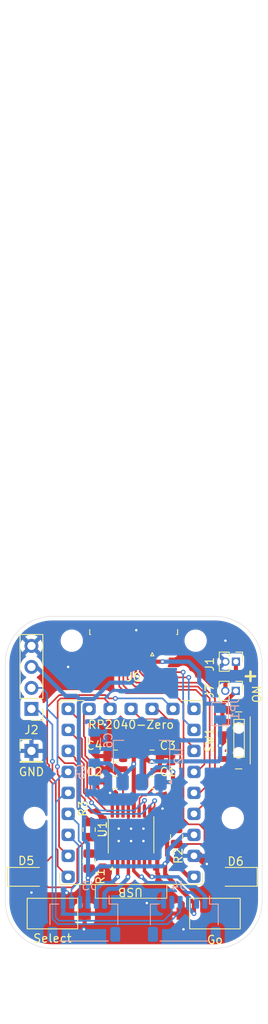
<source format=kicad_pcb>
(kicad_pcb (version 20241229) (generator "pcbnew") (generator_version "9.0")
  (layers (0 "F.Cu" signal) (2 "B.Cu" signal) (13 "F.Paste" user) (15 "B.Paste" user) (5 "F.SilkS" user "F.Silkscreen") (7 "B.SilkS" user "B.Silkscreen") (1 "F.Mask" user) (3 "B.Mask" user) (25 "Edge.Cuts" user))
  (net 0 "")
  (net 1 "Net-(U1-VCP)")
  (net 2 "+BATT")
  (net 3 "GND")
  (net 4 "Net-(U1-VINT)")
  (net 5 "Net-(J1-Pin_1)")
  (net 6 "+3V3")
  (net 7 "RX")
  (net 8 "TX")
  (net 9 "Net-(J3-Pin_2)")
  (net 10 "Net-(J3-Pin_1)")
  (net 11 "GP9")
  (net 12 "GP8")
  (net 13 "GP2")
  (net 14 "Net-(J4-Pin_2)")
  (net 15 "GP3")
  (net 16 "Net-(J4-Pin_1)")
  (net 17 "GP14")
  (net 18 "A2")
  (net 19 "A3")
  (net 20 "A1")
  (net 21 "A0")
  (net 22 "Net-(U1-~{SLEEP})")
  (net 23 "GP11")
  (net 24 "GP10")
  (net 25 "GP13")
  (net 26 "GP6")
  (net 27 "GP15")
  (net 28 "GP5")
  (net 29 "GP7")
  (net 30 "GP12")
  (net 31 "GP4")
  (net 34 "Net-(D5-A)")
  (net 35 "Net-(D6-A)")
  (net 36 "VCC")
  (net 37 "Net-(J7-Pin_1)")
  (footprint "Button_Switch_SMD:SW_SPST_CK_RS282G05A3" (layer "F.Cu") (at 147.32 161.29 180)
    (property "Reference" "SW3" (hide yes))
    (property "Value" "Go")
  )
  (footprint "Resistor_SMD:R_0805_2012Metric" (layer "F.Cu") (at 132.08 154.94 90)
    (property "Reference" "R1")
    (property "Value" "20k")
  )
  (footprint "Capacitor_SMD:C_0805_2012Metric" (layer "F.Cu") (at 139.7 142.24)
    (property "Reference" "C3")
    (property "Value" "22uF")
  )
  (footprint "Connector_PinHeader_2.54mm:PinHeader_1x01_P2.54mm_Vertical" (layer "F.Cu") (at 125.095 141.605)
    (property "Reference" "J5")
    (property "Value" "GND")
  )
  (footprint "Capacitor_SMD:C_0805_2012Metric" (layer "F.Cu") (at 139.7 145.415)
    (property "Reference" "C1")
    (property "Value" "10nF")
  )
  (footprint "" (layer "F.Cu") (at 129.977 128.27)
    (property "Reference" "")
    (property "Value" "")
  )
  (footprint "MyMotorDrivers:HTSSOP-16-1EP_4.4x5mm_P0.65mm_EP3.4x5mm_Mask2.46x2.31mm_ThermalVias_Large" (layer "F.Cu") (at 137.16 151.765 90)
    (property "Reference" "U1")
    (property "Value" "DRV8833PWP")
  )
  (footprint "Connector_PinHeader_1.27mm:PinHeader_1x02_P1.27mm_Vertical" (layer "F.Cu") (at 149.86 130.81 -90)
    (property "Reference" "J1")
    (property "Value" "LiPo2")
  )
  (footprint "Capacitor_SMD:C_0805_2012Metric" (layer "F.Cu") (at 135.255 145.415)
    (property "Reference" "C2")
    (property "Value" "2.2uF")
  )
  (footprint "Resistor_SMD:R_0805_2012Metric" (layer "F.Cu") (at 132.08 151.13 -90)
    (property "Reference" "R3")
    (property "Value" "220R")
  )
  (footprint "MyPassives:SlimFPC_1x10-1MP_P0.5mm_Horizontal_ExtPads" (layer "F.Cu") (at 137.476957 129.564012 180)
    (property "Reference" "J6")
    (property "Value" "10x0.5mm FPC")
  )
  (footprint "Connector_PinHeader_1.27mm:PinHeader_1x02_P1.27mm_Vertical" (layer "F.Cu") (at 149.84373 134.342148 -90)
    (property "Reference" "J7")
    (property "Value" "LiPo1")
  )
  (footprint "" (layer "F.Cu") (at 144.978 128.27)
    (property "Reference" "")
    (property "Value" "")
  )
  (footprint "LED_SMD:LED_1206_3216Metric" (layer "F.Cu") (at 124.46 156.845)
    (property "Reference" "D5")
    (property "Value" "LED")
  )
  (footprint "MountingHole:MountingHole_2.2mm_M2" (layer "F.Cu") (at 125.475 149.725)
    (property "Reference" "REF**" (hide yes))
    (property "Value" "MountingHole_2.2mm_M2" (hide yes))
  )
  (footprint "Capacitor_SMD:C_0805_2012Metric" (layer "F.Cu") (at 135.255 142.24 180)
    (property "Reference" "C4")
    (property "Value" "100nF")
  )
  (footprint "MountingHole:MountingHole_2.2mm_M2" (layer "F.Cu") (at 149.48 149.725)
    (property "Reference" "REF**" (hide yes))
    (property "Value" "MountingHole_2.2mm_M2" (hide yes))
  )
  (footprint "RP2040-Zero-Kicad:RP2040-Zero-outline-THP" (layer "F.Cu") (at 147.32 133.985 180)
    (property "Reference" "RZ1")
    (property "Value" "RP2040-Zero")
  )
  (footprint "Resistor_SMD:R_0805_2012Metric" (layer "F.Cu") (at 142.678237 151.959077 -90)
    (property "Reference" "R2")
    (property "Value" "220R")
  )
  (footprint "MyPassives:SW_SPDT_PCM12_VERT" (layer "F.Cu") (at 149.86 140.335 90)
    (property "Reference" "SW1")
    (property "Value" "ON-OFF")
  )
  (footprint "LED_SMD:LED_1206_3216Metric" (layer "F.Cu") (at 150.161931 156.845 180)
    (property "Reference" "D6")
    (property "Value" "LED")
  )
  (footprint "Button_Switch_SMD:SW_SPST_CK_RS282G05A3" (layer "F.Cu") (at 127.635 161.29)
    (property "Reference" "SW2" (hide yes))
    (property "Value" "Select")
  )
  (footprint "Connector_PinHeader_2.54mm:PinHeader_1x04_P2.54mm_Vertical" (layer "F.Cu") (at 125.095 136.525 180)
    (property "Reference" "J2")
    (property "Value" "Conn_01x04_Pin")
  )
  (footprint "Package_TO_SOT_SMD:SOT-223-3_TabPin2" (layer "B.Cu") (at 138.43 142.24 90)
    (property "Reference" "U2")
    (property "Value" "AP1117-50")
  )
  (footprint "Connector_JST:JST_SH_SM06B-SRSS-TB_1x06-1MP_P1.00mm_Horizontal" (layer "B.Cu") (at 131.445 161.925 180)
    (property "Reference" "J3")
    (property "Value" "Conn_01x06_Pin" (hide yes))
  )
  (footprint "Jumper:SolderJumper-2_P1.3mm_Open_Pad1.0x1.5mm" (layer "B.Cu") (at 147.955 137.16 90)
    (property "Reference" "JP1")
    (property "Value" "batt-direct")
  )
  (footprint "Connector_JST:JST_SH_SM06B-SRSS-TB_1x06-1MP_P1.00mm_Horizontal" (layer "B.Cu") (at 143.605 161.925 180)
    (property "Reference" "J4")
    (property "Value" "Conn_01x06_Pin" (hide yes))
  )
  (footprint "Capacitor_SMD:C_0805_2012Metric_Pad1.18x1.45mm_HandSolder" (layer "B.Cu") (at 132.715 144.145 -90)
    (property "Reference" "C5")
    (property "Value" "4.7uF")
  )
  (footprint "Capacitor_SMD:C_0805_2012Metric_Pad1.18x1.45mm_HandSolder" (layer "B.Cu") (at 132.715 140.335 90)
    (property "Reference" "C6")
    (property "Value" "4.7uF")
  )
  (gr_arc (start 147.32 125.326115) (mid 151.361115 127) (end 153.035 131.041115) (stroke (width 0.05)) (layer "Edge.Cuts"))
  (gr_line (start 153.035 131.041115) (end 153.035001 159.788885) (stroke (width 0.05)) (layer "Edge.Cuts"))
  (gr_line (start 121.92 131.041115) (end 121.919999 159.788885) (stroke (width 0.05)) (layer "Edge.Cuts"))
  (gr_arc (start 127.634999 165.503885) (mid 123.593884 163.83) (end 121.919999 159.788885) (stroke (width 0.05)) (layer "Edge.Cuts"))
  (gr_arc (start 121.92 131.041115) (mid 123.593885 127) (end 127.635 125.326115) (stroke (width 0.05)) (layer "Edge.Cuts"))
  (gr_line (start 127.634999 165.503885) (end 147.320001 165.503885) (stroke (width 0.05)) (layer "Edge.Cuts"))
  (gr_arc (start 153.035001 159.788885) (mid 151.361116 163.83) (end 147.320001 165.503885) (stroke (width 0.05)) (layer "Edge.Cuts"))
  (gr_line (start 127.635 125.326115) (end 147.32 125.326115) (stroke (width 0.05)) (layer "Edge.Cuts"))
  (gr_text "+" (at 150.495 133.35 0) (layer "F.SilkS") (effects (font (size 1.5 1.5) (thickness 0.3) (bold yes)) (justify left bottom)))
  (segment (start 140.563249 145.415) (end 139.006595 146.971653) (width 0.2) (layer "F.Cu") (net 1))
  (segment (start 140.65 145.415) (end 140.563249 145.415) (width 0.2) (layer "F.Cu") (net 1))
  (segment (start 139.006595 146.971653) (end 139.033943 146.999) (width 0.2) (layer "F.Cu") (net 1))
  (segment (start 138.184 148.8535) (end 138.135 148.9025) (width 0.2) (layer "F.Cu") (net 1))
  (segment (start 138.184 147.351057) (end 138.184 148.8535) (width 0.2) (layer "F.Cu") (net 1))
  (segment (start 139.033943 146.999) (end 138.536057 146.999) (width 0.2) (layer "F.Cu") (net 1))
  (segment (start 138.536057 146.999) (end 138.184 147.351057) (width 0.2) (layer "F.Cu") (net 1))
  (segment (start 139.668 142.879365) (end 139.658635 142.87) (width 0.5) (layer "F.Cu") (net 2))
  (segment (start 138.75 142.24) (end 138.75 145.415) (width 0.5) (layer "F.Cu") (net 2))
  (segment (start 148.43 140.495) (end 148.43 139.585) (width 0.5) (layer "F.Cu") (net 2))
  (segment (start 147.955 140.97) (end 148.43 140.495) (width 0.5) (layer "F.Cu") (net 2))
  (segment (start 139.389365 142.879365) (end 138.75 142.24) (width 0.5) (layer "F.Cu") (net 2))
  (segment (start 137.485 142.24) (end 136.205 142.24) (width 0.5) (layer "F.Cu") (net 2))
  (segment (start 137.485 143.185) (end 137.485 148.9025) (width 0.5) (layer "F.Cu") (net 2))
  (segment (start 137.485 143.185) (end 137.485 142.24) (width 0.5) (layer "F.Cu") (net 2))
  (segment (start 136.205 142.24) (end 138.75 142.24) (width 0.5) (layer "F.Cu") (net 2))
  (segment (start 139.668 142.879365) (end 139.389365 142.879365) (width 0.5) (layer "F.Cu") (net 2))
  (via (at 139.668 142.879365) (size 0.6) (drill 0.3) (layers "F.Cu" "B.Cu") (net 2))
  (via (at 137.485 143.185) (size 0.6) (drill 0.3) (layers "F.Cu" "B.Cu") (net 2))
  (via (at 147.955 140.97) (size 0.6) (drill 0.3) (layers "F.Cu" "B.Cu") (net 2))
  (segment (start 137.485 143.4) (end 136.13 144.755) (width 0.5) (layer "B.Cu") (net 2))
  (segment (start 132.715 143.1075) (end 134.4825 143.1075) (width 0.5) (layer "B.Cu") (net 2))
  (segment (start 139.668 142.879365) (end 139.672365 142.875) (width 0.5) (layer "B.Cu") (net 2))
  (segment (start 139.672365 142.875) (end 147.745 142.875) (width 0.5) (layer "B.Cu") (net 2))
  (segment (start 136.13 144.755) (end 136.13 145.39) (width 0.5) (layer "B.Cu") (net 2))
  (segment (start 147.955 142.665) (end 147.955 140.97) (width 0.5) (layer "B.Cu") (net 2))
  (segment (start 147.745 142.875) (end 147.955 142.665) (width 0.5) (layer "B.Cu") (net 2))
  (segment (start 134.4825 143.1075) (end 136.13 144.755) (width 0.5) (layer "B.Cu") (net 2))
  (segment (start 147.955 140.97) (end 147.955 137.81) (width 0.5) (layer "B.Cu") (net 2))
  (segment (start 137.485 143.185) (end 137.485 143.4) (width 0.5) (layer "B.Cu") (net 2))
  (segment (start 136.185 154.6275) (end 136.185 153.840001) (width 0.3) (layer "F.Cu") (net 3))
  (segment (start 129.970988 131.014012) (end 129.54 131.445) (width 0.3) (layer "F.Cu") (net 3))
  (segment (start 136.535001 153.49) (end 137.784999 153.49) (width 0.3) (layer "F.Cu") (net 3))
  (segment (start 146.339117 155.285883) (end 145.358235 154.305) (width 1) (layer "F.Cu") (net 3))
  (segment (start 135.226957 131.014012) (end 129.970988 131.014012) (width 0.3) (layer "F.Cu") (net 3))
  (segment (start 140.97 148.59) (end 140.928232 148.548232) (width 0.5) (layer "F.Cu") (net 3))
  (segment (start 137.795 127) (end 136.433969 128.361031) (width 0.3) (layer "F.Cu") (net 3))
  (segment (start 137.795 128.27) (end 139.226957 129.701957) (width 0.3) (layer "F.Cu") (net 3))
  (segment (start 140.5685 148.548232) (end 140.335 148.781732) (width 0.5) (layer "F.Cu") (net 3))
  (segment (start 138.135 153.840001) (end 138.135 154.6275) (width 0.3) (layer "F.Cu") (net 3))
  (segment (start 123.06 149.355) (end 125.095 147.32) (width 0.2) (layer "F.Cu") (net 3))
  (segment (start 140.451 157.156075) (end 140.335 157.272075) (width 0.5) (layer "F.Cu") (net 3))
  (segment (start 136.433969 128.361031) (end 136.433969 128.905) (width 0.3) (layer "F.Cu") (net 3))
  (segment (start 140.451 156.533925) (end 140.451 157.156075) (width 0.5) (layer "F.Cu") (net 3))
  (segment (start 135.226957 130.112012) (end 135.226957 131.014012) (width 0.3) (layer "F.Cu") (net 3))
  (segment (start 123.06 156.845) (end 123.06 149.355) (width 0.2) (layer "F.Cu") (net 3))
  (segment (start 136.185 153.840001) (end 136.535001 153.49) (width 0.3) (layer "F.Cu") (net 3))
  (segment (start 125.095 147.32) (end 125.095 141.605) (width 0.2) (layer "F.Cu") (net 3))
  (segment (start 140.335 156.417925) (end 140.451 156.533925) (width 0.5) (layer "F.Cu") (net 3))
  (segment (start 140.335 157.272075) (end 140.335 158.75) (width 0.5) (layer "F.Cu") (net 3))
  (segment (start 137.795 127) (end 137.795 128.27) (width 0.3) (layer "F.Cu") (net 3))
  (segment (start 140.335 158.75) (end 139.065 160.02) (width 0.5) (layer "F.Cu") (net 3))
  (segment (start 136.835 148.9025) (end 136.835 150.82) (width 0.3) (layer "F.Cu") (net 3))
  (segment (start 139.226957 129.701957) (end 139.226957 130.914012) (width 0.3) (layer "F.Cu") (net 3))
  (segment (start 140.335 148.781732) (end 140.335 156.417925) (width 0.5) (layer "F.Cu") (net 3))
  (segment (start 140.928232 148.548232) (end 140.5685 148.548232) (width 0.5) (layer "F.Cu") (net 3))
  (segment (start 136.433969 128.905) (end 135.226957 130.112012) (width 0.3) (layer "F.Cu") (net 3))
  (segment (start 136.835 150.82) (end 136.525 151.13) (width 0.3) (layer "F.Cu") (net 3))
  (segment (start 145.358235 154.305) (end 144.78 154.305) (width 0.2) (layer "F.Cu") (net 3))
  (segment (start 137.784999 153.49) (end 138.135 153.840001) (width 0.3) (layer "F.Cu") (net 3))
  (via (at 131.445 163.195) (size 0.6) (drill 0.3) (layers "F.Cu" "B.Cu") (net 3))
  (via (at 137.795 127) (size 0.6) (drill 0.3) (layers "F.Cu" "B.Cu") (net 3))
  (via (at 129.345 158.769265) (size 0.6) (drill 0.3) (layers "F.Cu" "B.Cu") (net 3))
  (via (at 133.985 151.765) (size 0.6) (drill 0.3) (layers "F.Cu" "B.Cu") (net 3))
  (via (at 146.339117 155.285883) (size 0.6) (drill 0.3) (layers "F.Cu" "B.Cu") (net 3))
  (via (at 148.59 128.27) (size 0.6) (drill 0.3) (layers "F.Cu" "B.Cu") (net 3))
  (via (at 133.985 138.43) (size 0.6) (drill 0.3) (layers "F.Cu" "B.Cu") (net 3))
  (via (at 129.54 131.445) (size 0.6) (drill 0.3) (layers "F.Cu" "B.Cu") (net 3))
  (via (at 125.095 158.75) (size 0.6) (drill 0.3) (layers "F.Cu" "B.Cu") (net 3))
  (via (at 134.62 146.685) (size 0.6) (drill 0.3) (layers "F.Cu" "B.Cu") (net 3))
  (via (at 139.065 160.02) (size 0.6) (drill 0.3) (layers "F.Cu" "B.Cu") (net 3))
  (via (at 143.51 163.195) (size 0.6) (drill 0.3) (layers "F.Cu" "B.Cu") (net 3))
  (via (at 140.97 148.59) (size 0.6) (drill 0.3) (layers "F.Cu" "B.Cu") (net 3))
  (segment (start 134.626 146.691) (end 134.62 146.685) (width 0.2) (layer "B.Cu") (net 3))
  (segment (start 140.534743 146.884743) (end 134.819743 146.884743) (width 0.3) (layer "B.Cu") (net 3))
  (segment (start 140.97 147.32) (end 140.534743 146.884743) (width 0.3) (layer "B.Cu") (net 3))
  (segment (start 140.97 148.59) (end 140.97 147.32) (width 0.3) (layer "B.Cu") (net 3))
  (segment (start 134.819743 146.884743) (end 134.626 146.691) (width 0.3) (layer "B.Cu") (net 3))
  (segment (start 136.185 145.435) (end 136.185 148.9025) (width 0.2) (layer "F.Cu") (net 4))
  (segment (start 136.205 145.415) (end 136.185 145.435) (width 0.2) (layer "F.Cu") (net 4))
  (segment (start 148.59 133.313947) (end 149.86 132.043947) (width 0.5) (layer "F.Cu") (net 5))
  (segment (start 148.59 134.325878) (end 148.59 133.313947) (width 0.5) (layer "F.Cu") (net 5))
  (segment (start 149.86 132.043947) (end 149.86 130.81) (width 0.5) (layer "F.Cu") (net 5))
  (segment (start 148.57373 134.342148) (end 148.59 134.325878) (width 0.5) (layer "F.Cu") (net 5))
  (segment (start 131.945 156.98) (end 131.945 155.9875) (width 0.5) (layer "F.Cu") (net 6))
  (segment (start 144.78 160.02) (end 144.78 161.29) (width 0.5) (layer "F.Cu") (net 6))
  (segment (start 131.945 155.9875) (end 132.08 155.8525) (width 0.5) (layer "F.Cu") (net 6))
  (segment (start 137.726957 132.184608) (end 137.726957 131.014012) (width 0.3) (layer "F.Cu") (net 6))
  (segment (start 137.917743 132.624214) (end 137.917743 132.375394) (width 0.3) (layer "F.Cu") (net 6))
  (segment (start 137.917743 132.375394) (end 137.726957 132.184608) (width 0.3) (layer "F.Cu") (net 6))
  (segment (start 141.2875 156.5275) (end 144.78 160.02) (width 0.5) (layer "F.Cu") (net 6))
  (segment (start 141.2875 155.2575) (end 141.2875 156.5275) (width 0.5) (layer "F.Cu") (net 6))
  (via (at 144.78 161.29) (size 0.6) (drill 0.3) (layers "F.Cu" "B.Cu") (net 6))
  (via (at 137.917743 132.624214) (size 0.6) (drill 0.3) (layers "F.Cu" "B.Cu") (net 6))
  (via (at 131.945 156.98) (size 0.6) (drill 0.3) (layers "F.Cu" "B.Cu") (net 6))
  (via (at 141.2875 155.2575) (size 0.6) (drill 0.3) (layers "F.Cu" "B.Cu") (net 6))
  (segment (start 140.97 155.575) (end 141.2875 155.2575) (width 0.5) (layer "B.Cu") (net 6))
  (segment (start 130.829 137.24214) (end 130.829 135.80786) (width 0.5) (layer "B.Cu") (net 6))
  (segment (start 130.829 135.80786) (end 131.31286 135.324) (width 0.5) (layer "B.Cu") (net 6))
  (segment (start 132.646 135.324) (end 134.62 133.35) (width 0.5) (layer "B.Cu") (net 6))
  (segment (start 130.5125 134.9375) (end 129.2225 134.9375) (width 0.5) (layer "B.Cu") (net 6))
  (segment (start 130.83 148.538591) (end 130.83 137.24314) (width 0.5) (layer "B.Cu") (net 6))
  (segment (start 144.105 160.615) (end 144.105 159.925) (width 0.5) (layer "B.Cu") (net 6))
  (segment (start 125.73 131.445) (end 125.095 131.445) (width 0.5) (layer "B.Cu") (net 6))
  (segment (start 131.945 152.823668) (end 131.445 152.323668) (width 0.5) (layer "B.Cu") (net 6))
  (segment (start 131.445 152.323668) (end 131.445 149.153591) (width 0.5) (layer "B.Cu") (net 6))
  (segment (start 130.899 135.324) (end 130.5125 134.9375) (width 0.5) (layer "B.Cu") (net 6))
  (segment (start 129.2225 134.9375) (end 125.73 131.445) (width 0.5) (layer "B.Cu") (net 6))
  (segment (start 130.83 137.24314) (end 130.829 137.24214) (width 0.5) (layer "B.Cu") (net 6))
  (segment (start 131.945 156.98) (end 131.945 152.823668) (width 0.5) (layer "B.Cu") (net 6))
  (segment (start 131.445 149.153591) (end 130.83 148.538591) (width 0.5) (layer "B.Cu") (net 6))
  (segment (start 131.945 156.98) (end 133.35 155.575) (width 0.5) (layer "B.Cu") (net 6))
  (segment (start 134.62 133.35) (end 137.191957 133.35) (width 0.5) (layer "B.Cu") (net 6))
  (segment (start 144.78 161.29) (end 144.105 160.615) (width 0.5) (layer "B.Cu") (net 6))
  (segment (start 131.31286 135.324) (end 130.899 135.324) (width 0.5) (layer "B.Cu") (net 6))
  (segment (start 137.191957 133.35) (end 137.917743 132.624214) (width 0.5) (layer "B.Cu") (net 6))
  (segment (start 131.945 156.98) (end 131.945 159.925) (width 0.5) (layer "B.Cu") (net 6))
  (segment (start 143.51 151.765) (end 144.78 151.765) (width 0.5) (layer "B.Cu") (net 6))
  (segment (start 141.605 153.67) (end 143.51 151.765) (width 0.5) (layer "B.Cu") (net 6))
  (segment (start 133.35 155.575) (end 140.97 155.575) (width 0.5) (layer "B.Cu") (net 6))
  (segment (start 141.2875 155.2575) (end 141.605 154.94) (width 0.5) (layer "B.Cu") (net 6))
  (segment (start 141.605 154.94) (end 141.605 153.67) (width 0.5) (layer "B.Cu") (net 6))
  (segment (start 131.31286 135.324) (end 132.646 135.324) (width 0.5) (layer "B.Cu") (net 6))
  (segment (start 128.439 153.204) (end 129.54 154.305) (width 0.2) (layer "F.Cu") (net 7))
  (segment (start 128.27 144.44) (end 128.439 144.609) (width 0.2) (layer "F.Cu") (net 7))
  (segment (start 128.27 144.175) (end 128.27 144.44) (width 0.2) (layer "F.Cu") (net 7))
  (segment (start 128.24 144.145) (end 128.27 144.175) (width 0.2) (layer "F.Cu") (net 7))
  (segment (start 128.439 144.609) (end 128.439 153.204) (width 0.2) (layer "F.Cu") (net 7))
  (segment (start 128.24 143.51) (end 128.24 144.145) (width 0.2) (layer "F.Cu") (net 7))
  (via (at 128.24 143.51) (size 0.6) (drill 0.3) (layers "F.Cu" "B.Cu") (net 7))
  (segment (start 126.365 133.985) (end 125.095 133.985) (width 0.2) (layer "B.Cu") (net 7))
  (segment (start 128.24 143.51) (end 128.24 137.765) (width 0.2) (layer "B.Cu") (net 7))
  (segment (start 127 134.62) (end 126.365 133.985) (width 0.2) (layer "B.Cu") (net 7))
  (segment (start 128.24 137.765) (end 127 136.525) (width 0.2) (layer "B.Cu") (net 7))
  (segment (start 127 136.525) (end 127 134.62) (width 0.2) (layer "B.Cu") (net 7))
  (segment (start 128.27 153.6021) (end 128.27 155.575) (width 0.2) (layer "F.Cu") (net 8))
  (segment (start 127.635 144.945) (end 128.038 145.348) (width 0.2) (layer "F.Cu") (net 8))
  (segment (start 128.038 145.348) (end 128.038 153.3701) (width 0.2) (layer "F.Cu") (net 8))
  (segment (start 128.27 155.575) (end 129.54 156.845) (width 0.2) (layer "F.Cu") (net 8))
  (segment (start 128.038 153.3701) (end 128.27 153.6021) (width 0.2) (layer "F.Cu") (net 8))
  (segment (start 127.635 142.875) (end 127.635 144.945) (width 0.2) (layer "F.Cu") (net 8))
  (via (at 127.635 142.875) (size 0.6) (drill 0.3) (layers "F.Cu" "B.Cu") (net 8))
  (segment (start 125.73 136.525) (end 125.095 136.525) (width 0.2) (layer "B.Cu") (net 8))
  (segment (start 127.635 138.43) (end 125.73 136.525) (width 0.2) (layer "B.Cu") (net 8))
  (segment (start 127.635 142.875) (end 127.635 138.43) (width 0.2) (layer "B.Cu") (net 8))
  (segment (start 135.535 156.845) (end 135.535 154.6275) (width 0.4) (layer "F.Cu") (net 9))
  (via (at 135.535 156.845) (size 0.6) (drill 0.3) (layers "F.Cu" "B.Cu") (net 9))
  (segment (start 134.785 157.595) (end 135.535 156.845) (width 0.5) (layer "B.Cu") (net 9))
  (segment (start 132.985 158.303842) (end 133.693842 157.595) (width 0.5) (layer "B.Cu") (net 9))
  (segment (start 132.945 159.925) (end 132.985 159.885) (width 0.5) (layer "B.Cu") (net 9))
  (segment (start 133.693842 157.595) (end 134.785 157.595) (width 0.5) (layer "B.Cu") (net 9))
  (segment (start 132.985 159.885) (end 132.985 158.303842) (width 0.5) (layer "B.Cu") (net 9))
  (segment (start 136.835 156.795) (end 136.835 154.6275) (width 0.4) (layer "F.Cu") (net 10))
  (segment (start 136.785 156.845) (end 136.835 156.795) (width 0.4) (layer "F.Cu") (net 10))
  (via (at 136.785 156.845) (size 0.6) (drill 0.3) (layers "F.Cu" "B.Cu") (net 10))
  (segment (start 136.785 156.845) (end 136.785 157.010661) (width 0.5) (layer "B.Cu") (net 10))
  (segment (start 134.44 158.295) (end 133.945 158.79) (width 0.5) (layer "B.Cu") (net 10))
  (segment (start 133.945 158.79) (end 133.945 159.925) (width 0.5) (layer "B.Cu") (net 10))
  (segment (start 135.500661 158.295) (end 134.44 158.295) (width 0.5) (layer "B.Cu") (net 10))
  (segment (start 136.785 157.010661) (end 135.500661 158.295) (width 0.5) (layer "B.Cu") (net 10))
  (segment (start 131.612 140.0028) (end 131.612 141.9757) (width 0.2) (layer "F.Cu") (net 11))
  (segment (start 132.245 145.58) (end 132.247 145.582) (width 0.2) (layer "F.Cu") (net 11))
  (segment (start 132.08 136.525) (end 131.445 137.16) (width 0.2) (layer "F.Cu") (net 11))
  (segment (start 131.612 141.9757) (end 131.614108 141.977808) (width 0.2) (layer "F.Cu") (net 11))
  (segment (start 134.61513 147.815) (end 134.61613 147.814) (width 0.2) (layer "F.Cu") (net 11))
  (segment (start 132.247 145.582) (end 132.247 146.217) (width 0.2) (layer "F.Cu") (net 11))
  (segment (start 133.845 147.815) (end 134.61513 147.815) (width 0.2) (layer "F.Cu") (net 11))
  (segment (start 132.247 146.217) (end 133.845 147.815) (width 0.2) (layer "F.Cu") (net 11))
  (segment (start 131.445 137.16) (end 131.445 139.8358) (width 0.2) (layer "F.Cu") (net 11))
  (segment (start 131.614108 142.1947) (end 132.245 142.825592) (width 0.2) (layer "F.Cu") (net 11))
  (segment (start 135.386 148.047544) (end 135.535 148.196544) (width 0.2) (layer "F.Cu") (net 11))
  (segment (start 134.61613 147.814) (end 135.15387 147.814) (width 0.2) (layer "F.Cu") (net 11))
  (segment (start 135.15387 147.814) (end 135.386 148.04613) (width 0.2) (layer "F.Cu") (net 11))
  (segment (start 135.386 148.04613) (end 135.386 148.047544) (width 0.2) (layer "F.Cu") (net 11))
  (segment (start 132.245 142.825592) (end 132.245 145.58) (width 0.2) (layer "F.Cu") (net 11))
  (segment (start 135.535 148.196544) (end 135.535 148.9025) (width 0.2) (layer "F.Cu") (net 11))
  (segment (start 131.445 139.8358) (end 131.612 140.0028) (width 0.2) (layer "F.Cu") (net 11))
  (segment (start 131.614108 141.977808) (end 131.614108 142.1947) (width 0.2) (layer "F.Cu") (net 11))
  (segment (start 130.81 139.7679) (end 131.211 140.1689) (width 0.2) (layer "F.Cu") (net 12))
  (segment (start 131.844 145.7461) (end 131.846 145.7481) (width 0.2) (layer "F.Cu") (net 12))
  (segment (start 131.211 140.1689) (end 131.211 142.1418) (width 0.2) (layer "F.Cu") (net 12))
  (segment (start 134.2296 148.9025) (end 134.885 148.9025) (width 0.2) (layer "F.Cu") (net 12))
  (segment (start 132.604719 147.277619) (end 132.625291 147.277619) (width 0.2) (layer "F.Cu") (net 12))
  (segment (start 131.211 142.1418) (end 131.213108 142.143908) (width 0.2) (layer "F.Cu") (net 12))
  (segment (start 131.846 145.7481) (end 131.846 146.5189) (width 0.2) (layer "F.Cu") (net 12))
  (segment (start 132.977348 147.650248) (end 134.2296 148.9025) (width 0.2) (layer "F.Cu") (net 12))
  (segment (start 132.977348 147.629676) (end 132.977348 147.650248) (width 0.2) (layer "F.Cu") (net 12))
  (segment (start 131.846 146.5189) (end 132.604719 147.277619) (width 0.2) (layer "F.Cu") (net 12))
  (segment (start 130.81 137.795) (end 130.81 139.7679) (width 0.2) (layer "F.Cu") (net 12))
  (segment (start 131.213108 142.143908) (end 131.213108 142.3608) (width 0.2) (layer "F.Cu") (net 12))
  (segment (start 131.844 142.991692) (end 131.844 145.7461) (width 0.2) (layer "F.Cu") (net 12))
  (segment (start 129.54 136.525) (end 130.81 137.795) (width 0.2) (layer "F.Cu") (net 12))
  (segment (start 132.625291 147.277619) (end 132.977348 147.629676) (width 0.2) (layer "F.Cu") (net 12))
  (segment (start 131.213108 142.3608) (end 131.844 142.991692) (width 0.2) (layer "F.Cu") (net 12))
  (segment (start 130.175 136.525) (end 129.54 136.525) (width 0.2) (layer "B.Cu") (net 12))
  (segment (start 129.945 158.345) (end 130.81 157.48) (width 0.2) (layer "B.Cu") (net 13))
  (segment (start 130.81 157.48) (end 130.81 153.035) (width 0.2) (layer "B.Cu") (net 13))
  (segment (start 130.81 153.035) (end 129.54 151.765) (width 0.2) (layer "B.Cu") (net 13))
  (segment (start 128.905 151.765) (end 129.54 151.765) (width 0.2) (layer "B.Cu") (net 13))
  (segment (start 129.945 159.925) (end 129.945 158.345) (width 0.2) (layer "B.Cu") (net 13))
  (segment (start 137.485 156.139878) (end 137.485 154.6275) (width 0.4) (layer "F.Cu") (net 14))
  (segment (start 138.43 156.845) (end 138.190122 156.845) (width 0.4) (layer "F.Cu") (net 14))
  (segment (start 138.190122 156.845) (end 137.485 156.139878) (width 0.4) (layer "F.Cu") (net 14))
  (via (at 138.43 156.845) (size 0.6) (drill 0.3) (layers "F.Cu" "B.Cu") (net 14))
  (segment (start 145.105 159.368026) (end 145.105 159.925) (width 0.4) (layer "B.Cu") (net 14))
  (segment (start 139.13 157.545) (end 142.726472 157.545) (width 0.4) (layer "B.Cu") (net 14))
  (segment (start 142.726472 157.545) (end 143.931472 158.75) (width 0.4) (layer "B.Cu") (net 14))
  (segment (start 143.931472 158.75) (end 144.486974 158.75) (width 0.4) (layer "B.Cu") (net 14))
  (segment (start 138.43 156.845) (end 139.13 157.545) (width 0.4) (layer "B.Cu") (net 14))
  (segment (start 144.486974 158.75) (end 145.105 159.368026) (width 0.4) (layer "B.Cu") (net 14))
  (segment (start 131.211 157.6461) (end 131.211 152.8689) (width 0.2) (layer "B.Cu") (net 15))
  (segment (start 130.945 159.925) (end 130.945 157.9121) (width 0.2) (layer "B.Cu") (net 15))
  (segment (start 130.81 152.4679) (end 130.81 150.495) (width 0.2) (layer "B.Cu") (net 15))
  (segment (start 130.945 157.9121) (end 131.211 157.6461) (width 0.2) (layer "B.Cu") (net 15))
  (segment (start 130.81 150.495) (end 129.54 149.225) (width 0.2) (layer "B.Cu") (net 15))
  (segment (start 131.211 152.8689) (end 130.81 152.4679) (width 0.2) (layer "B.Cu") (net 15))
  (segment (start 128.905 149.225) (end 129.54 149.225) (width 0.2) (layer "B.Cu") (net 15))
  (segment (start 138.785 156.139878) (end 138.785 154.6275) (width 0.4) (layer "F.Cu") (net 16))
  (segment (start 139.7 156.845) (end 139.490122 156.845) (width 0.4) (layer "F.Cu") (net 16))
  (segment (start 139.490122 156.845) (end 138.785 156.139878) (width 0.4) (layer "F.Cu") (net 16))
  (via (at 139.7 156.845) (size 0.6) (drill 0.3) (layers "F.Cu" "B.Cu") (net 16))
  (segment (start 144.08 158.05) (end 145.004999 158.05) (width 0.4) (layer "B.Cu") (net 16))
  (segment (start 146.105 159.150001) (end 146.105 159.925) (width 0.4) (layer "B.Cu") (net 16))
  (segment (start 145.004999 158.05) (end 146.105 159.150001) (width 0.4) (layer "B.Cu") (net 16))
  (segment (start 139.7 156.845) (end 142.875 156.845) (width 0.4) (layer "B.Cu") (net 16))
  (segment (start 142.875 156.845) (end 144.08 158.05) (width 0.4) (layer "B.Cu") (net 16))
  (segment (start 138.226957 132.046798) (end 138.43 132.249841) (width 0.2) (layer "F.Cu") (net 17))
  (segment (start 138.43 132.286528) (end 138.858472 132.715) (width 0.2) (layer "F.Cu") (net 17))
  (segment (start 138.226957 131.014012) (end 138.226957 132.046798) (width 0.2) (layer "F.Cu") (net 17))
  (segment (start 138.275957 131.063012) (end 138.226957 131.014012) (width 0.2) (layer "F.Cu") (net 17))
  (segment (start 138.858472 132.715) (end 144.145 132.715) (width 0.2) (layer "F.Cu") (net 17))
  (segment (start 138.43 132.249841) (end 138.43 132.286528) (width 0.2) (layer "F.Cu") (net 17))
  (segment (start 138.226957 130.914012) (end 138.226957 131.014012) (width 0.2) (layer "F.Cu") (net 17))
  (via (at 144.145 132.715) (size 0.6) (drill 0.3) (layers "F.Cu" "B.Cu") (net 17))
  (segment (start 144.145 135.89) (end 144.78 136.525) (width 0.2) (layer "B.Cu") (net 17))
  (segment (start 144.145 132.715) (end 144.145 135.89) (width 0.2) (layer "B.Cu") (net 17))
  (segment (start 146.685 135.255) (end 146.685 145.484315) (width 0.2) (layer "F.Cu") (net 18))
  (segment (start 137.628 133.818) (end 145.248 133.818) (width 0.2) (layer "F.Cu") (net 18))
  (segment (start 136.726957 131.014012) (end 136.726957 132.916957) (width 0.2) (layer "F.Cu") (net 18))
  (segment (start 146.685 145.484315) (end 145.484315 146.685) (width 0.2) (layer "F.Cu") (net 18))
  (segment (start 145.248 133.818) (end 146.685 135.255) (width 0.2) (layer "F.Cu") (net 18))
  (segment (start 145.484315 146.685) (end 144.78 146.685) (width 0.2) (layer "F.Cu") (net 18))
  (segment (start 136.726957 132.916957) (end 137.628 133.818) (width 0.2) (layer "F.Cu") (net 18))
  (segment (start 137.795 133.35) (end 137.226957 132.781957) (width 0.2) (layer "F.Cu") (net 19))
  (segment (start 147.32 146.685) (end 147.32 135.255) (width 0.2) (layer "F.Cu") (net 19))
  (segment (start 137.226957 132.781957) (end 137.226957 131.014012) (width 0.2) (layer "F.Cu") (net 19))
  (segment (start 147.32 135.255) (end 145.415 133.35) (width 0.2) (layer "F.Cu") (net 19))
  (segment (start 144.78 149.225) (end 147.32 146.685) (width 0.2) (layer "F.Cu") (net 19))
  (segment (start 145.415 133.35) (end 137.795 133.35) (width 0.2) (layer "F.Cu") (net 19))
  (segment (start 136.759 134.219) (end 136.226957 133.686957) (width 0.2) (layer "F.Cu") (net 20))
  (segment (start 145.130022 144.145) (end 146.05 143.225022) (width 0.2) (layer "F.Cu") (net 20))
  (segment (start 145.014 134.219) (end 136.759 134.219) (width 0.2) (layer "F.Cu") (net 20))
  (segment (start 146.05 135.255) (end 145.014 134.219) (width 0.2) (layer "F.Cu") (net 20))
  (segment (start 136.226957 133.686957) (end 136.226957 131.014012) (width 0.2) (layer "F.Cu") (net 20))
  (segment (start 146.05 143.225022) (end 146.05 135.255) (width 0.2) (layer "F.Cu") (net 20))
  (segment (start 144.78 144.145) (end 145.130022 144.145) (width 0.2) (layer "F.Cu") (net 20))
  (segment (start 144.78 141.254978) (end 143.51 139.984978) (width 0.2) (layer "F.Cu") (net 21))
  (segment (start 143.51 139.984978) (end 143.51 135.89) (width 0.2) (layer "F.Cu") (net 21))
  (segment (start 144.78 141.605) (end 144.78 141.254978) (width 0.2) (layer "F.Cu") (net 21))
  (segment (start 142.24 134.62) (end 136.525 134.62) (width 0.2) (layer "F.Cu") (net 21))
  (segment (start 136.525 134.62) (end 135.726957 133.821957) (width 0.2) (layer "F.Cu") (net 21))
  (segment (start 135.726957 133.821957) (end 135.726957 131.014012) (width 0.2) (layer "F.Cu") (net 21))
  (segment (start 143.51 135.89) (end 142.24 134.62) (width 0.2) (layer "F.Cu") (net 21))
  (segment (start 132.08 154.0275) (end 132.715 154.0275) (width 0.2) (layer "F.Cu") (net 22))
  (segment (start 132.715 154.0275) (end 133.315 154.6275) (width 0.2) (layer "F.Cu") (net 22))
  (segment (start 133.315 154.6275) (end 134.885 154.6275) (width 0.2) (layer "F.Cu") (net 22))
  (segment (start 137.16 136.315) (end 137.16 136.525) (width 0.2) (layer "F.Cu") (net 23))
  (segment (start 140.97 137.795) (end 141.605 138.43) (width 0.2) (layer "F.Cu") (net 23))
  (segment (start 137.16 136.525) (end 138.43 137.795) (width 0.2) (layer "F.Cu") (net 23))
  (segment (start 138.43 137.795) (end 140.97 137.795) (width 0.2) (layer "F.Cu") (net 23))
  (segment (start 142.475 138.665) (end 142.475 140.08135) (width 0.2) (layer "F.Cu") (net 23))
  (segment (start 143.11 140.71635) (end 143.11 149.86) (width 0.2) (layer "F.Cu") (net 23))
  (segment (start 142.24 138.43) (end 142.475 138.665) (width 0.2) (layer "F.Cu") (net 23))
  (segment (start 143.11 149.86) (end 142.678237 150.291763) (width 0.2) (layer "F.Cu") (net 23))
  (segment (start 142.475 140.08135) (end 143.11 140.71635) (width 0.2) (layer "F.Cu") (net 23))
  (segment (start 142.678237 150.291763) (end 142.678237 151.046577) (width 0.2) (layer "F.Cu") (net 23))
  (segment (start 141.605 138.43) (end 142.24 138.43) (width 0.2) (layer "F.Cu") (net 23))
  (segment (start 128.27 135.603608) (end 128.618608 135.255) (width 0.2) (layer "F.Cu") (net 24))
  (segment (start 132.08 149.86) (end 130.641 148.421) (width 0.2) (layer "F.Cu") (net 24))
  (segment (start 132.08 150.2175) (end 132.08 149.86) (width 0.2) (layer "F.Cu") (net 24))
  (segment (start 129.124 143.094) (end 128.27 142.24) (width 0.2) (layer "F.Cu") (net 24))
  (segment (start 128.27 142.24) (end 128.27 135.603608) (width 0.2) (layer "F.Cu") (net 24))
  (segment (start 130.641 148.421) (end 130.641 143.489992) (width 0.2) (layer "F.Cu") (net 24))
  (segment (start 130.641 143.489992) (end 130.245008 143.094) (width 0.2) (layer "F.Cu") (net 24))
  (segment (start 130.245008 143.094) (end 129.124 143.094) (width 0.2) (layer "F.Cu") (net 24))
  (segment (start 133.90995 135.255) (end 134.62 135.96505) (width 0.2) (layer "F.Cu") (net 24))
  (segment (start 134.62 135.96505) (end 134.62 136.525) (width 0.2) (layer "F.Cu") (net 24))
  (segment (start 128.618608 135.255) (end 133.90995 135.255) (width 0.2) (layer "F.Cu") (net 24))
  (segment (start 134.62 136.525) (end 134.62 136.315) (width 0.2) (layer "F.Cu") (net 24))
  (segment (start 127.234 145.1111) (end 127.635 145.5121) (width 0.2) (layer "F.Cu") (net 25))
  (segment (start 127.234 143.323943) (end 127.234 145.1111) (width 0.2) (layer "F.Cu") (net 25))
  (segment (start 142.24 135.973958) (end 142.24 136.315) (width 0.2) (layer "F.Cu") (net 25))
  (segment (start 127.635 145.5121) (end 127.635 154.305) (width 0.2) (layer "F.Cu") (net 25))
  (segment (start 134.07605 134.854) (end 128.452508 134.854) (width 0.2) (layer "F.Cu") (net 25))
  (segment (start 134.47705 135.255) (end 134.07605 134.854) (width 0.2) (layer "F.Cu") (net 25))
  (segment (start 124.934 157.006) (end 123.19 158.75) (width 0.2) (layer "F.Cu") (net 25))
  (segment (start 127.635 154.305) (end 126.271 155.669) (width 0.2) (layer "F.Cu") (net 25))
  (segment (start 125.24984 155.669) (end 124.934 155.98484) (width 0.2) (layer "F.Cu") (net 25))
  (segment (start 123.19 160.745) (end 123.735 161.29) (width 0.2) (layer "F.Cu") (net 25))
  (segment (start 127 136.306508) (end 127 143.089943) (width 0.2) (layer "F.Cu") (net 25))
  (segment (start 128.452508 134.854) (end 127 136.306508) (width 0.2) (layer "F.Cu") (net 25))
  (segment (start 124.934 155.98484) (end 124.934 157.006) (width 0.2) (layer "F.Cu") (net 25))
  (segment (start 127 143.089943) (end 127.234 143.323943) (width 0.2) (layer "F.Cu") (net 25))
  (segment (start 135.255 135.255) (end 134.47705 135.255) (width 0.2) (layer "F.Cu") (net 25))
  (segment (start 123.19 158.75) (end 123.19 160.745) (width 0.2) (layer "F.Cu") (net 25))
  (segment (start 126.271 155.669) (end 125.24984 155.669) (width 0.2) (layer "F.Cu") (net 25))
  (via (at 135.255 135.255) (size 0.6) (drill 0.3) (layers "F.Cu" "B.Cu") (net 25))
  (segment (start 135.255 135.255) (end 140.97 135.255) (width 0.2) (layer "B.Cu") (net 25))
  (segment (start 140.97 135.255) (end 142.24 136.525) (width 0.2) (layer "B.Cu") (net 25))
  (segment (start 131.58 147.455) (end 131.042 146.917) (width 0.2) (layer "F.Cu") (net 26))
  (segment (start 130.411108 142.476108) (end 129.54 141.605) (width 0.2) (layer "F.Cu") (net 26))
  (segment (start 131.042 143.323892) (end 130.411108 142.693) (width 0.2) (layer "F.Cu") (net 26))
  (segment (start 140.0175 148.32) (end 139.435 148.9025) (width 0.2) (layer "F.Cu") (net 26))
  (segment (start 131.042 146.917) (end 131.042 143.323892) (width 0.2) (layer "F.Cu") (net 26))
  (segment (start 130.411108 142.693) (end 130.411108 142.476108) (width 0.2) (layer "F.Cu") (net 26))
  (segment (start 131.58 147.955) (end 131.58 147.455) (width 0.2) (layer "F.Cu") (net 26))
  (segment (start 140.0175 147.6375) (end 140.0175 148.32) (width 0.2) (layer "F.Cu") (net 26))
  (via (at 140.0175 147.6375) (size 0.6) (drill 0.3) (layers "F.Cu" "B.Cu") (net 26))
  (via (at 131.58 147.955) (size 0.6) (drill 0.3) (layers "F.Cu" "B.Cu") (net 26))
  (segment (start 131.58 147.955) (end 132.85 149.225) (width 0.2) (layer "B.Cu") (net 26))
  (segment (start 132.85 149.225) (end 138.43 149.225) (width 0.2) (layer "B.Cu") (net 26))
  (segment (start 138.43 149.225) (end 140.0175 147.6375) (width 0.2) (layer "B.Cu") (net 26))
  (segment (start 138.890945 132.08) (end 138.726957 131.916012) (width 0.2) (layer "F.Cu") (net 27))
  (segment (start 143.468101 132.08) (end 138.890945 132.08) (width 0.2) (layer "F.Cu") (net 27))
  (segment (start 138.726957 131.916012) (end 138.726957 131.014012) (width 0.2) (layer "F.Cu") (net 27))
  (via (at 143.468101 132.08) (size 0.6) (drill 0.3) (layers "F.Cu" "B.Cu") (net 27))
  (segment (start 143.468101 132.08) (end 143.468101 137.753101) (width 0.2) (layer "B.Cu") (net 27))
  (segment (start 143.468101 137.753101) (end 144.78 139.065) (width 0.2) (layer "B.Cu") (net 27))
  (segment (start 128.27 162.56) (end 127.635 161.925) (width 0.2) (layer "B.Cu") (net 28))
  (segment (start 129.19005 144.145) (end 129.54 144.145) (width 0.2) (layer "B.Cu") (net 28))
  (segment (start 141.605 162.56) (end 128.27 162.56) (width 0.2) (layer "B.Cu") (net 28))
  (segment (start 127.635 161.925) (end 127.635 145.70005) (width 0.2) (layer "B.Cu") (net 28))
  (segment (start 143.105 161.06) (end 141.605 162.56) (width 0.2) (layer "B.Cu") (net 28))
  (segment (start 127.635 145.70005) (end 129.19005 144.145) (width 0.2) (layer "B.Cu") (net 28))
  (segment (start 143.105 159.925) (end 143.105 161.06) (width 0.2) (layer "B.Cu") (net 28))
  (segment (start 138.785 147.6) (end 138.785 148.9025) (width 0.2) (layer "F.Cu") (net 29))
  (segment (start 131.443 145.9122) (end 131.443 143.157792) (width 0.2) (layer "F.Cu") (net 29))
  (segment (start 132.376348 147.616348) (end 131.445 146.685) (width 0.2) (layer "F.Cu") (net 29))
  (segment (start 130.812108 142.310008) (end 130.81 142.3079) (width 0.2) (layer "F.Cu") (net 29))
  (segment (start 132.376348 147.878619) (end 132.376348 147.616348) (width 0.2) (layer "F.Cu") (net 29))
  (segment (start 130.812108 142.5269) (end 130.812108 142.310008) (width 0.2) (layer "F.Cu") (net 29))
  (segment (start 130.81 140.335) (end 129.54 139.065) (width 0.2) (layer "F.Cu") (net 29))
  (segment (start 131.445 145.9142) (end 131.443 145.9122) (width 0.2) (layer "F.Cu") (net 29))
  (segment (start 131.443 143.157792) (end 130.812108 142.5269) (width 0.2) (layer "F.Cu") (net 29))
  (segment (start 131.445 146.685) (end 131.445 145.9142) (width 0.2) (layer "F.Cu") (net 29))
  (segment (start 130.81 142.3079) (end 130.81 140.335) (width 0.2) (layer "F.Cu") (net 29))
  (via (at 132.376348 147.878619) (size 0.6) (drill 0.3) (layers "F.Cu" "B.Cu") (net 29))
  (via (at 138.785 147.6) (size 0.6) (drill 0.3) (layers "F.Cu" "B.Cu") (net 29))
  (segment (start 137.561 148.824) (end 138.785 147.6) (width 0.2) (layer "B.Cu") (net 29))
  (segment (start 132.376348 147.878619) (end 133.321729 148.824) (width 0.2) (layer "B.Cu") (net 29))
  (segment (start 133.321729 148.824) (end 137.561 148.824) (width 0.2) (layer "B.Cu") (net 29))
  (segment (start 143.51 140.550664) (end 143.51 149.86) (width 0.2) (layer "F.Cu") (net 30))
  (segment (start 145.415 150.495) (end 146.05 151.13) (width 0.2) (layer "F.Cu") (net 30))
  (segment (start 149.028031 155.669) (end 149.372091 155.669) (width 0.2) (layer "F.Cu") (net 30))
  (segment (start 146.05 152.690969) (end 149.028031 155.669) (width 0.2) (layer "F.Cu") (net 30))
  (segment (start 149.687931 157.942931) (end 151.22 159.475) (width 0.2) (layer "F.Cu") (net 30))
  (segment (start 149.687931 155.98484) (end 149.687931 157.942931) (width 0.2) (layer "F.Cu") (net 30))
  (segment (start 140.125 136.315) (end 141.605 137.795) (width 0.2) (layer "F.Cu") (net 30))
  (segment (start 139.7 136.315) (end 140.125 136.315) (width 0.2) (layer "F.Cu") (net 30))
  (segment (start 151.22 159.475) (end 151.22 161.29) (width 0.2) (layer "F.Cu") (net 30))
  (segment (start 142.24 137.795) (end 142.875 138.43) (width 0.2) (layer "F.Cu") (net 30))
  (segment (start 142.875 138.43) (end 142.875 139.915664) (width 0.2) (layer "F.Cu") (net 30))
  (segment (start 146.05 151.13) (end 146.05 152.690969) (width 0.2) (layer "F.Cu") (net 30))
  (segment (start 141.605 137.795) (end 142.24 137.795) (width 0.2) (layer "F.Cu") (net 30))
  (segment (start 144.145 150.495) (end 145.415 150.495) (width 0.2) (layer "F.Cu") (net 30))
  (segment (start 142.875 139.915664) (end 143.51 140.550664) (width 0.2) (layer "F.Cu") (net 30))
  (segment (start 143.51 149.86) (end 144.145 150.495) (width 0.2) (layer "F.Cu") (net 30))
  (segment (start 149.372091 155.669) (end 149.687931 155.98484) (width 0.2) (layer "F.Cu") (net 30))
  (segment (start 141.101 162.159) (end 142.105 161.155) (width 0.2) (layer "B.Cu") (net 31))
  (segment (start 142.105 161.155) (end 142.105 159.925) (width 0.2) (layer "B.Cu") (net 31))
  (segment (start 142.105 159.925) (end 142.105 160.340552) (width 0.2) (layer "B.Cu") (net 31))
  (segment (start 129.19005 146.685) (end 128.036 147.83905) (width 0.2) (layer "B.Cu") (net 31))
  (segment (start 128.036 147.83905) (end 128.036 161.7589) (width 0.2) (layer "B.Cu") (net 31))
  (segment (start 129.54 146.685) (end 129.19005 146.685) (width 0.2) (layer "B.Cu") (net 31))
  (segment (start 130.175 146.685) (end 129.54 146.685) (width 0.2) (layer "B.Cu") (net 31))
  (segment (start 128.4361 162.159) (end 141.101 162.159) (width 0.2) (layer "B.Cu") (net 31))
  (segment (start 128.036 161.7589) (end 128.4361 162.159) (width 0.2) (layer "B.Cu") (net 31))
  (segment (start 127.13 158.115) (end 125.86 156.845) (width 0.2) (layer "F.Cu") (net 34))
  (segment (start 130.641 157.500008) (end 130.026008 158.115) (width 0.2) (layer "F.Cu") (net 34))
  (segment (start 130.026008 158.115) (end 127.13 158.115) (width 0.2) (layer "F.Cu") (net 34))
  (segment (start 130.641 153.4815) (end 130.641 157.500008) (width 0.2) (layer "F.Cu") (net 34))
  (segment (start 132.08 152.0425) (end 130.641 153.4815) (width 0.2) (layer "F.Cu") (net 34))
  (segment (start 145.663508 152.871577) (end 148.761931 155.97) (width 0.2) (layer "F.Cu") (net 35))
  (segment (start 142.678237 152.871577) (end 145.663508 152.871577) (width 0.2) (layer "F.Cu") (net 35))
  (segment (start 148.761931 155.97) (end 148.761931 156.845) (width 0.2) (layer "F.Cu") (net 35))
  (segment (start 142.24 144.145) (end 142.24 149.86) (width 0.5) (layer "F.Cu") (net 36))
  (segment (start 141.930945 150.083077) (end 141.527237 150.486785) (width 0.5) (layer "F.Cu") (net 36))
  (segment (start 139.776957 130.864012) (end 139.776957 130.914012) (width 0.4) (layer "F.Cu") (net 36))
  (segment (start 142.24 149.86) (end 142.016923 150.083077) (width 0.5) (layer "F.Cu") (net 36))
  (segment (start 139.830969 130.81) (end 139.776957 130.864012) (width 0.4) (layer "F.Cu") (net 36))
  (segment (start 140.97 130.81) (end 139.830969 130.81) (width 0.5) (layer "F.Cu") (net 36))
  (segment (start 142.016923 150.083077) (end 141.930945 150.083077) (width 0.5) (layer "F.Cu") (net 36))
  (segment (start 141.527237 154.227237) (end 144.145 156.845) (width 0.5) (layer "F.Cu") (net 36))
  (segment (start 141.527237 150.486785) (end 141.527237 154.227237) (width 0.5) (layer "F.Cu") (net 36))
  (segment (start 144.145 156.845) (end 144.78 156.845) (width 0.5) (layer "F.Cu") (net 36))
  (via (at 142.24 144.145) (size 0.6) (drill 0.3) (layers "F.Cu" "B.Cu") (net 36))
  (via (at 140.97 130.81) (size 0.6) (drill 0.3) (layers "F.Cu" "B.Cu") (net 36))
  (segment (start 138.43 145.39) (end 138.43 146.08) (width 0.5) (layer "B.Cu") (net 36))
  (segment (start 146.05 135.89) (end 147.94 135.89) (width 0.5) (layer "B.Cu") (net 36))
  (segment (start 146.05 133.985) (end 146.05 135.89) (width 0.5) (layer "B.Cu") (net 36))
  (segment (start 138.1975 141.3725) (end 138.43 141.605) (width 0.2) (layer "B.Cu") (net 36))
  (segment (start 146.05 138.43) (end 146.05 140.335) (width 0.5) (layer "B.Cu") (net 36))
  (segment (start 147.955 135.905) (end 147.955 136.51) (width 0.5) (layer "B.Cu") (net 36))
  (segment (start 147.94 135.89) (end 147.955 135.905) (width 0.5) (layer "B.Cu") (net 36))
  (segment (start 145.415 132.08) (end 145.415 133.35) (width 0.5) (layer "B.Cu") (net 36))
  (segment (start 139.065 139.09) (end 138.43 139.09) (width 0.5) (layer "B.Cu") (net 36))
  (segment (start 145.415 133.35) (end 146.05 133.985) (width 0.5) (layer "B.Cu") (net 36))
  (segment (start 146.05 140.335) (end 140.31 140.335) (width 0.5) (layer "B.Cu") (net 36))
  (segment (start 138.43 139.09) (end 138.43 141.605) (width 0.5) (layer "B.Cu") (net 36))
  (segment (start 138.43 145.39) (end 140.244 143.576) (width 0.5) (layer "B.Cu") (net 36))
  (segment (start 140.31 140.335) (end 139.065 139.09) (width 0.5) (layer "B.Cu") (net 36))
  (segment (start 144.145 130.81) (end 145.415 132.08) (width 0.5) (layer "B.Cu") (net 36))
  (segment (start 140.97 130.81) (end 144.145 130.81) (width 0.5) (layer "B.Cu") (net 36))
  (segment (start 140.244 143.576) (end 141.671 143.576) (width 0.5) (layer "B.Cu") (net 36))
  (segment (start 138.43 141.605) (end 138.43 145.39) (width 0.5) (layer "B.Cu") (net 36))
  (segment (start 132.715 141.3725) (end 138.1975 141.3725) (width 0.5) (layer "B.Cu") (net 36))
  (segment (start 146.05 135.89) (end 146.05 138.43) (width 0.5) (layer "B.Cu") (net 36))
  (segment (start 141.671 143.576) (end 142.24 144.145) (width 0.5) (layer "B.Cu") (net 36))
  (segment (start 149.52473 134.736066) (end 149.52473 134.661148) (width 0.5) (layer "F.Cu") (net 37))
  (segment (start 149.52473 134.661148) (end 149.84373 134.342148) (width 0.5) (layer "F.Cu") (net 37))
  (segment (start 148.229 135.956878) (end 148.89273 135.293148) (width 0.5) (layer "F.Cu") (net 37))
  (segment (start 148.967648 135.293148) (end 149.52473 134.736066) (width 0.5) (layer "F.Cu") (net 37))
  (segment (start 148.89273 135.293148) (end 148.967648 135.293148) (width 0.5) (layer "F.Cu") (net 37))
  (segment (start 148.43 138.085) (end 148.229 137.884) (width 0.5) (layer "F.Cu") (net 37))
  (segment (start 148.229 137.884) (end 148.229 135.956878) (width 0.5) (layer "F.Cu") (net 37))
  (zone (net 3) (net_name "GND") (layers "F.Cu" "B.Cu") (connect_pads (clearance 0.5)) (min_thickness 0.25) (fill yes (thermal_gap 0.5) (thermal_bridge_width 0.5))
    (polygon (pts (xy 153.67 125.095) (xy 121.285 125.095) (xy 121.285 165.735) (xy 153.67 165.735)))
  )
  (zone (net 36) (net_name "VCC") (layer "B.Cu") (priority 1) (connect_pads (clearance 0.5)) (min_thickness 0.25) (fill yes (thermal_gap 0.5) (thermal_bridge_width 0.5))
    (polygon (pts (xy 134.785471 137.473018) (xy 134.785471 142.553018) (xy 143.040471 142.553018) (xy 143.040471 137.473018)))
  )
)
</source>
